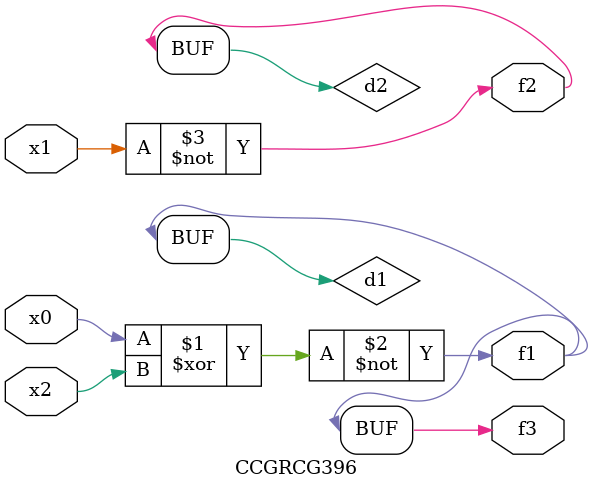
<source format=v>
module CCGRCG396(
	input x0, x1, x2,
	output f1, f2, f3
);

	wire d1, d2, d3;

	xnor (d1, x0, x2);
	nand (d2, x1);
	nor (d3, x1, x2);
	assign f1 = d1;
	assign f2 = d2;
	assign f3 = d1;
endmodule

</source>
